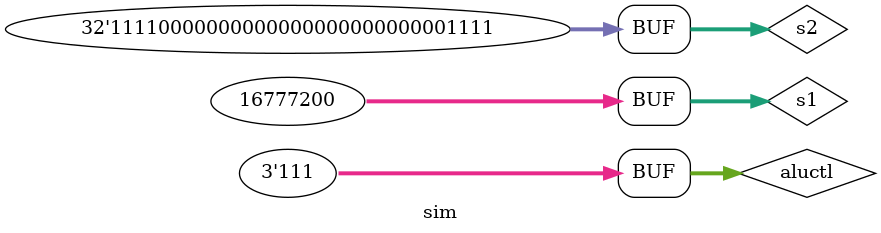
<source format=sv>
`timescale 1ns / 1ps

module sim(

    );

    logic [2:0] aluctl;
    logic [31:0] s1, s2, aluout;
    logic zero;
    
    alu alu(.aluctl(aluctl), .s1(s1), .s2(s2), .aluout(aluout), .zero(zero)); 
    initial begin
    
    for (int i = 0; i < 8; i += 1) begin
        s1 <= 'h00FFFFF0;
        s2 <= 'hF000000F;
        
        aluctl <= i;
        #20;
    end
    end
endmodule

</source>
